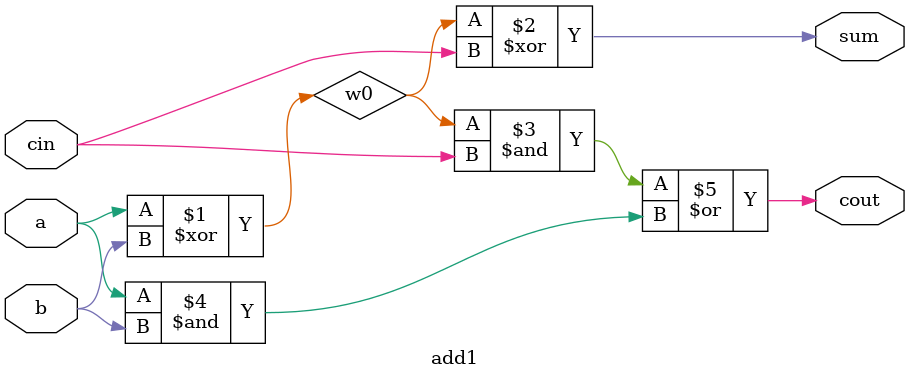
<source format=v>
module top_module (
    input [31:0] a,
    input [31:0] b,
    output [31:0] sum
);//



    wire w1, w2;
	
    add16 add_1(a[15:0], b[15:0], 0, sum[15:0], w1);
    add16 add2(a[31:16], b[31:16], w1, sum[31:16], w2);
	
   endmodule

   module add1(input a, input b, input cin, output sum, output cout);

    wire w0=a^b;
	
    assign sum  =  w0^cin;
    assign cout = (w0&cin) | (a&b);
	

endmodule

</source>
